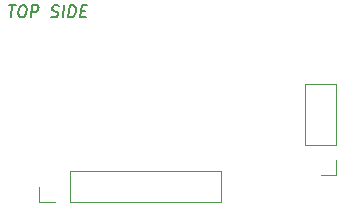
<source format=gto>
%TF.GenerationSoftware,KiCad,Pcbnew,(5.1.10)-1*%
%TF.CreationDate,2021-08-05T17:21:45+02:00*%
%TF.ProjectId,mp3_buttons_pcb,6d70335f-6275-4747-946f-6e735f706362,rev?*%
%TF.SameCoordinates,Original*%
%TF.FileFunction,Legend,Top*%
%TF.FilePolarity,Positive*%
%FSLAX46Y46*%
G04 Gerber Fmt 4.6, Leading zero omitted, Abs format (unit mm)*
G04 Created by KiCad (PCBNEW (5.1.10)-1) date 2021-08-05 17:21:45*
%MOMM*%
%LPD*%
G01*
G04 APERTURE LIST*
%ADD10C,0.150000*%
%ADD11C,0.120000*%
G04 APERTURE END LIST*
D10*
X179715512Y-99642680D02*
X180286940Y-99642680D01*
X179876226Y-100642680D02*
X180001226Y-99642680D01*
X180810750Y-99642680D02*
X181001226Y-99642680D01*
X181090512Y-99690300D01*
X181173845Y-99785538D01*
X181197654Y-99976014D01*
X181155988Y-100309347D01*
X181084559Y-100499823D01*
X180977416Y-100595061D01*
X180876226Y-100642680D01*
X180685750Y-100642680D01*
X180596464Y-100595061D01*
X180513131Y-100499823D01*
X180489321Y-100309347D01*
X180530988Y-99976014D01*
X180602416Y-99785538D01*
X180709559Y-99690300D01*
X180810750Y-99642680D01*
X181542892Y-100642680D02*
X181667892Y-99642680D01*
X182048845Y-99642680D01*
X182138131Y-99690300D01*
X182179797Y-99737919D01*
X182215512Y-99833157D01*
X182197654Y-99976014D01*
X182138131Y-100071252D01*
X182084559Y-100118871D01*
X181983369Y-100166490D01*
X181602416Y-100166490D01*
X183263131Y-100595061D02*
X183400035Y-100642680D01*
X183638131Y-100642680D01*
X183739321Y-100595061D01*
X183792892Y-100547442D01*
X183852416Y-100452204D01*
X183864321Y-100356966D01*
X183828607Y-100261728D01*
X183786940Y-100214109D01*
X183697654Y-100166490D01*
X183513131Y-100118871D01*
X183423845Y-100071252D01*
X183382178Y-100023633D01*
X183346464Y-99928395D01*
X183358369Y-99833157D01*
X183417892Y-99737919D01*
X183471464Y-99690300D01*
X183572654Y-99642680D01*
X183810750Y-99642680D01*
X183947654Y-99690300D01*
X184257178Y-100642680D02*
X184382178Y-99642680D01*
X184733369Y-100642680D02*
X184858369Y-99642680D01*
X185096464Y-99642680D01*
X185233369Y-99690300D01*
X185316702Y-99785538D01*
X185352416Y-99880776D01*
X185376226Y-100071252D01*
X185358369Y-100214109D01*
X185286940Y-100404585D01*
X185227416Y-100499823D01*
X185120273Y-100595061D01*
X184971464Y-100642680D01*
X184733369Y-100642680D01*
X185798845Y-100118871D02*
X186132178Y-100118871D01*
X186209559Y-100642680D02*
X185733369Y-100642680D01*
X185858369Y-99642680D01*
X186334559Y-99642680D01*
D11*
%TO.C,J1*%
X182261200Y-116315800D02*
X182261200Y-114985800D01*
X183591200Y-116315800D02*
X182261200Y-116315800D01*
X184861200Y-116315800D02*
X184861200Y-113655800D01*
X184861200Y-113655800D02*
X197621200Y-113655800D01*
X184861200Y-116315800D02*
X197621200Y-116315800D01*
X197621200Y-116315800D02*
X197621200Y-113655800D01*
%TO.C,J2*%
X207420520Y-114024720D02*
X206090520Y-114024720D01*
X207420520Y-112694720D02*
X207420520Y-114024720D01*
X207420520Y-111424720D02*
X204760520Y-111424720D01*
X204760520Y-111424720D02*
X204760520Y-106284720D01*
X207420520Y-111424720D02*
X207420520Y-106284720D01*
X207420520Y-106284720D02*
X204760520Y-106284720D01*
%TD*%
M02*

</source>
